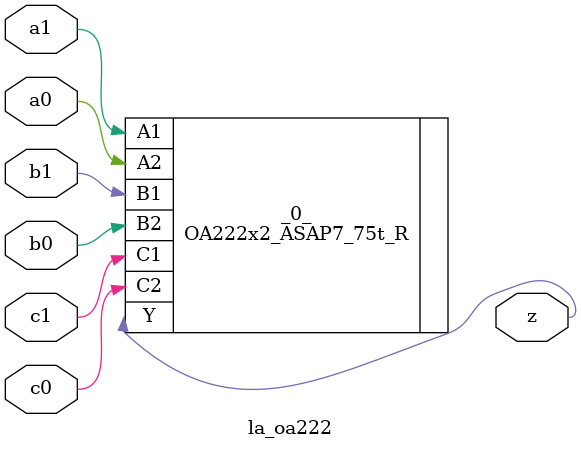
<source format=v>

/* Generated by Yosys 0.37 (git sha1 a5c7f69ed, clang 14.0.0-1ubuntu1.1 -fPIC -Os) */

module la_oa222(a0, a1, b0, b1, c0, c1, z);
  input a0;
  wire a0;
  input a1;
  wire a1;
  input b0;
  wire b0;
  input b1;
  wire b1;
  input c0;
  wire c0;
  input c1;
  wire c1;
  output z;
  wire z;
  OA222x2_ASAP7_75t_R _0_ (
    .A1(a1),
    .A2(a0),
    .B1(b1),
    .B2(b0),
    .C1(c1),
    .C2(c0),
    .Y(z)
  );
endmodule

</source>
